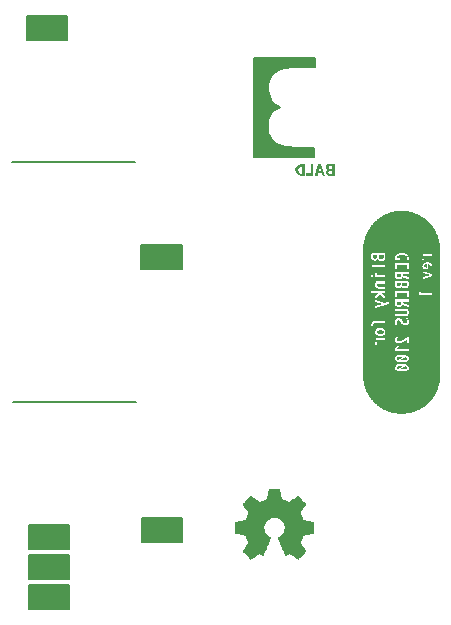
<source format=gbr>
%TF.GenerationSoftware,KiCad,Pcbnew,8.0.2*%
%TF.CreationDate,2024-05-07T14:35:48-05:00*%
%TF.ProjectId,CERBERUS 2100 Blinky,43455242-4552-4555-9320-323130302042,rev?*%
%TF.SameCoordinates,Original*%
%TF.FileFunction,Legend,Bot*%
%TF.FilePolarity,Positive*%
%FSLAX46Y46*%
G04 Gerber Fmt 4.6, Leading zero omitted, Abs format (unit mm)*
G04 Created by KiCad (PCBNEW 8.0.2) date 2024-05-07 14:35:48*
%MOMM*%
%LPD*%
G01*
G04 APERTURE LIST*
%ADD10C,0.150000*%
%ADD11C,0.000000*%
%ADD12C,0.134262*%
%ADD13C,0.010000*%
G04 APERTURE END LIST*
D10*
X79883000Y-61112400D02*
X83312000Y-61112400D01*
X83312000Y-63144400D01*
X79883000Y-63144400D01*
X79883000Y-61112400D01*
G36*
X79883000Y-61112400D02*
G01*
X83312000Y-61112400D01*
X83312000Y-63144400D01*
X79883000Y-63144400D01*
X79883000Y-61112400D01*
G37*
X89585800Y-80518000D02*
X93014800Y-80518000D01*
X93014800Y-82550000D01*
X89585800Y-82550000D01*
X89585800Y-80518000D01*
G36*
X89585800Y-80518000D02*
G01*
X93014800Y-80518000D01*
X93014800Y-82550000D01*
X89585800Y-82550000D01*
X89585800Y-80518000D01*
G37*
X80073500Y-106807000D02*
X83502500Y-106807000D01*
X83502500Y-108839000D01*
X80073500Y-108839000D01*
X80073500Y-106807000D01*
G36*
X80073500Y-106807000D02*
G01*
X83502500Y-106807000D01*
X83502500Y-108839000D01*
X80073500Y-108839000D01*
X80073500Y-106807000D01*
G37*
X78613000Y-73533000D02*
X89027000Y-73533000D01*
X80073500Y-104267000D02*
X83502500Y-104267000D01*
X83502500Y-106299000D01*
X80073500Y-106299000D01*
X80073500Y-104267000D01*
G36*
X80073500Y-104267000D02*
G01*
X83502500Y-104267000D01*
X83502500Y-106299000D01*
X80073500Y-106299000D01*
X80073500Y-104267000D01*
G37*
X78740000Y-93853000D02*
X89154000Y-93853000D01*
X89636600Y-103682800D02*
X93065600Y-103682800D01*
X93065600Y-105714800D01*
X89636600Y-105714800D01*
X89636600Y-103682800D01*
G36*
X89636600Y-103682800D02*
G01*
X93065600Y-103682800D01*
X93065600Y-105714800D01*
X89636600Y-105714800D01*
X89636600Y-103682800D01*
G37*
X80073500Y-109347000D02*
X83502500Y-109347000D01*
X83502500Y-111379000D01*
X80073500Y-111379000D01*
X80073500Y-109347000D01*
G36*
X80073500Y-109347000D02*
G01*
X83502500Y-109347000D01*
X83502500Y-111379000D01*
X80073500Y-111379000D01*
X80073500Y-109347000D01*
G37*
D11*
%TO.C,kibuzzard-663A818A*%
G36*
X114889790Y-82351343D02*
G01*
X114889790Y-82638095D01*
X114889790Y-83188248D01*
X114889790Y-83463868D01*
X114889790Y-83859570D01*
X114889790Y-84233532D01*
X114889790Y-84616998D01*
X114889790Y-84949706D01*
X114889790Y-85074907D01*
X114889790Y-85809927D01*
X114889790Y-86236910D01*
X114889790Y-86995469D01*
X114889790Y-87900657D01*
X114889790Y-88864496D01*
X114889790Y-89360297D01*
X114889790Y-90147009D01*
X114889790Y-90929028D01*
X114889790Y-91241836D01*
X114889790Y-91572565D01*
X114888809Y-91652491D01*
X114885867Y-91732368D01*
X114880965Y-91812150D01*
X114874107Y-91891787D01*
X114865297Y-91971231D01*
X114854540Y-92050436D01*
X114841842Y-92129352D01*
X114827211Y-92207934D01*
X114810657Y-92286132D01*
X114792188Y-92363901D01*
X114771816Y-92441193D01*
X114749553Y-92517962D01*
X114725414Y-92594161D01*
X114699411Y-92669745D01*
X114671561Y-92744668D01*
X114641881Y-92818885D01*
X114610389Y-92892351D01*
X114577103Y-92965022D01*
X114542044Y-93036855D01*
X114505232Y-93107805D01*
X114466690Y-93177831D01*
X114426442Y-93246890D01*
X114384510Y-93314940D01*
X114340922Y-93381941D01*
X114295702Y-93447852D01*
X114248878Y-93512633D01*
X114200478Y-93576245D01*
X114150532Y-93638651D01*
X114099070Y-93699812D01*
X114046122Y-93759692D01*
X113991720Y-93818254D01*
X113935898Y-93875463D01*
X113878689Y-93931286D01*
X113820126Y-93985687D01*
X113760247Y-94038635D01*
X113699085Y-94090098D01*
X113636680Y-94140044D01*
X113573067Y-94188443D01*
X113508286Y-94235267D01*
X113442375Y-94280487D01*
X113375375Y-94324076D01*
X113307324Y-94366007D01*
X113238266Y-94406256D01*
X113168240Y-94444797D01*
X113097290Y-94481609D01*
X113025457Y-94516668D01*
X112952786Y-94549954D01*
X112879319Y-94581447D01*
X112805102Y-94611127D01*
X112730179Y-94638976D01*
X112654595Y-94664979D01*
X112578396Y-94689119D01*
X112501627Y-94711381D01*
X112424335Y-94731753D01*
X112346567Y-94750222D01*
X112268368Y-94766777D01*
X112189787Y-94781407D01*
X112110870Y-94794105D01*
X112031666Y-94804862D01*
X111952221Y-94813673D01*
X111872584Y-94820531D01*
X111792803Y-94825432D01*
X111712926Y-94828374D01*
X111633000Y-94829355D01*
X111553074Y-94828374D01*
X111473197Y-94825432D01*
X111393416Y-94820531D01*
X111313779Y-94813673D01*
X111234334Y-94804862D01*
X111155130Y-94794105D01*
X111076213Y-94781407D01*
X110997632Y-94766777D01*
X110919433Y-94750222D01*
X110841665Y-94731753D01*
X110764373Y-94711381D01*
X110687604Y-94689119D01*
X110611405Y-94664979D01*
X110535821Y-94638976D01*
X110460898Y-94611127D01*
X110386681Y-94581447D01*
X110313214Y-94549954D01*
X110240543Y-94516668D01*
X110168710Y-94481609D01*
X110097760Y-94444797D01*
X110027734Y-94406256D01*
X109958676Y-94366007D01*
X109890625Y-94324076D01*
X109823625Y-94280487D01*
X109757714Y-94235267D01*
X109692933Y-94188443D01*
X109629320Y-94140044D01*
X109566915Y-94090098D01*
X109505753Y-94038635D01*
X109445874Y-93985687D01*
X109387311Y-93931286D01*
X109330102Y-93875463D01*
X109274280Y-93818254D01*
X109219878Y-93759692D01*
X109166930Y-93699812D01*
X109115468Y-93638651D01*
X109065522Y-93576245D01*
X109017122Y-93512633D01*
X108970298Y-93447852D01*
X108925078Y-93381941D01*
X108881490Y-93314940D01*
X108839558Y-93246890D01*
X108799310Y-93177831D01*
X108760768Y-93107805D01*
X108723956Y-93036855D01*
X108688897Y-92965022D01*
X108655611Y-92892351D01*
X108624119Y-92818885D01*
X108594439Y-92744668D01*
X108566589Y-92669745D01*
X108540586Y-92594161D01*
X108516447Y-92517962D01*
X108494184Y-92441193D01*
X108473812Y-92363901D01*
X108455343Y-92286132D01*
X108438789Y-92207934D01*
X108424158Y-92129352D01*
X108411460Y-92050436D01*
X108400703Y-91971231D01*
X108391893Y-91891787D01*
X108385035Y-91812150D01*
X108380133Y-91732368D01*
X108377191Y-91652491D01*
X108376210Y-91572565D01*
X108376210Y-91241836D01*
X108376210Y-90929028D01*
X111071155Y-90929028D01*
X111083862Y-91026390D01*
X111121986Y-91102637D01*
X111192759Y-91161093D01*
X111303414Y-91205081D01*
X111400819Y-91225501D01*
X111518904Y-91237752D01*
X111657669Y-91241836D01*
X111796434Y-91237752D01*
X111914519Y-91225501D01*
X112011924Y-91205081D01*
X112122580Y-91161093D01*
X112193353Y-91102637D01*
X112231476Y-91026390D01*
X112244184Y-90929028D01*
X112231476Y-90831667D01*
X112193353Y-90755420D01*
X112122580Y-90696964D01*
X112011924Y-90652975D01*
X111914519Y-90632556D01*
X111796434Y-90620304D01*
X111657669Y-90616220D01*
X111518904Y-90620304D01*
X111400819Y-90632556D01*
X111303414Y-90652975D01*
X111192759Y-90696964D01*
X111121986Y-90755420D01*
X111083862Y-90831667D01*
X111071155Y-90929028D01*
X108376210Y-90929028D01*
X108376210Y-90147009D01*
X111071155Y-90147009D01*
X111083862Y-90244370D01*
X111121986Y-90320617D01*
X111192759Y-90379073D01*
X111303414Y-90423062D01*
X111400819Y-90443481D01*
X111518904Y-90455733D01*
X111657669Y-90459817D01*
X111796434Y-90455733D01*
X111914519Y-90443481D01*
X112011924Y-90423062D01*
X112122580Y-90379073D01*
X112193353Y-90320617D01*
X112231476Y-90244370D01*
X112244184Y-90147009D01*
X112231476Y-90049647D01*
X112193353Y-89973400D01*
X112122580Y-89914944D01*
X112011924Y-89870956D01*
X111914519Y-89850536D01*
X111796434Y-89838285D01*
X111657669Y-89834201D01*
X111518904Y-89838285D01*
X111400819Y-89850536D01*
X111303414Y-89870956D01*
X111192759Y-89914944D01*
X111121986Y-89973400D01*
X111083862Y-90049647D01*
X111071155Y-90147009D01*
X108376210Y-90147009D01*
X108376210Y-89361861D01*
X111086795Y-89361861D01*
X111086795Y-89535469D01*
X112228544Y-89535469D01*
X112228544Y-89360297D01*
X111251019Y-89360297D01*
X111249455Y-89357169D01*
X111399603Y-89088154D01*
X111246327Y-89088154D01*
X111086795Y-89361861D01*
X108376210Y-89361861D01*
X108376210Y-88975395D01*
X109402794Y-88975395D01*
X109534556Y-88975395D01*
X109539671Y-88853863D01*
X109555017Y-88736917D01*
X109580594Y-88624557D01*
X110244169Y-88626145D01*
X110244169Y-88579841D01*
X111071155Y-88579841D01*
X111078706Y-88626145D01*
X111090510Y-88698513D01*
X111148574Y-88785512D01*
X111244176Y-88838885D01*
X111376142Y-88856676D01*
X111475198Y-88846857D01*
X111580510Y-88817401D01*
X111692078Y-88768308D01*
X111781424Y-88717330D01*
X111877417Y-88652764D01*
X111980057Y-88574611D01*
X112089344Y-88482871D01*
X112092472Y-88482871D01*
X112092472Y-88864496D01*
X112228544Y-88864496D01*
X112228544Y-88301442D01*
X112092472Y-88301442D01*
X111975744Y-88401860D01*
X111864186Y-88486829D01*
X111757800Y-88556349D01*
X111656584Y-88610420D01*
X111560539Y-88649042D01*
X111469665Y-88672215D01*
X111383962Y-88679940D01*
X111304196Y-88671533D01*
X111249455Y-88646313D01*
X111207226Y-88543868D01*
X111217479Y-88470358D01*
X111248239Y-88389550D01*
X111299504Y-88301442D01*
X111152485Y-88301442D01*
X111107301Y-88387986D01*
X111080191Y-88480785D01*
X111071155Y-88579841D01*
X110244169Y-88579841D01*
X110244169Y-88451520D01*
X109485344Y-88451520D01*
X109455626Y-88552739D01*
X109432512Y-88655736D01*
X109416002Y-88760511D01*
X109406096Y-88867064D01*
X109402794Y-88975395D01*
X108376210Y-88975395D01*
X108376210Y-87900657D01*
X109402794Y-87900657D01*
X109414083Y-88003315D01*
X109447949Y-88086924D01*
X109504394Y-88151482D01*
X109585885Y-88197343D01*
X109694894Y-88224860D01*
X109831419Y-88234032D01*
X109967944Y-88224860D01*
X110076952Y-88197343D01*
X110158444Y-88151482D01*
X110214888Y-88086924D01*
X110248755Y-88003315D01*
X110260044Y-87900657D01*
X110248755Y-87797999D01*
X110214888Y-87714390D01*
X110158444Y-87649832D01*
X110076952Y-87603971D01*
X109967944Y-87576454D01*
X109831419Y-87567282D01*
X109694894Y-87576454D01*
X109585885Y-87603971D01*
X109504394Y-87649832D01*
X109447949Y-87714390D01*
X109414083Y-87797999D01*
X109402794Y-87900657D01*
X108376210Y-87900657D01*
X108376210Y-87237082D01*
X109069419Y-87237082D01*
X109074181Y-87320426D01*
X109088469Y-87395832D01*
X109218644Y-87395832D01*
X109196419Y-87272007D01*
X109209119Y-87202157D01*
X109262300Y-87173582D01*
X109316870Y-87167629D01*
X109399619Y-87165645D01*
X109450419Y-87165645D01*
X109450419Y-87395832D01*
X109579006Y-87395832D01*
X109579006Y-87165645D01*
X110244169Y-87165645D01*
X110244169Y-87037698D01*
X111071155Y-87037698D01*
X111076368Y-87128760D01*
X111082954Y-87165645D01*
X111092008Y-87216346D01*
X111118076Y-87300457D01*
X111274480Y-87300457D01*
X111224039Y-87179635D01*
X111207226Y-87058031D01*
X111217392Y-86989604D01*
X111247891Y-86937600D01*
X111360502Y-86893807D01*
X111439920Y-86907709D01*
X111503003Y-86949417D01*
X111549751Y-87018930D01*
X111603449Y-87125458D01*
X111658191Y-87207310D01*
X111713975Y-87264484D01*
X111810554Y-87314924D01*
X111931376Y-87331738D01*
X112043987Y-87318287D01*
X112131573Y-87277935D01*
X112194135Y-87210681D01*
X112231672Y-87116526D01*
X112244184Y-86995469D01*
X112235843Y-86898499D01*
X112210818Y-86809870D01*
X112169110Y-86729583D01*
X112006450Y-86729583D01*
X112062929Y-86812129D01*
X112096817Y-86899194D01*
X112108113Y-86990777D01*
X112097360Y-87060377D01*
X112065102Y-87112772D01*
X112012120Y-87145617D01*
X111939196Y-87156565D01*
X111869597Y-87148159D01*
X111814073Y-87122938D01*
X111768325Y-87078168D01*
X111728051Y-87011110D01*
X111678002Y-86915269D01*
X111625867Y-86840456D01*
X111571647Y-86786670D01*
X111479369Y-86737989D01*
X111368322Y-86721762D01*
X111243199Y-86742290D01*
X111149356Y-86803874D01*
X111105911Y-86866349D01*
X111079844Y-86944290D01*
X111071155Y-87037698D01*
X110244169Y-87037698D01*
X110244169Y-86991020D01*
X109579006Y-86991020D01*
X109579006Y-86816395D01*
X109450419Y-86816395D01*
X109450419Y-86991020D01*
X109358344Y-86991020D01*
X109221025Y-87004910D01*
X109132919Y-87046582D01*
X109085294Y-87121988D01*
X109069419Y-87237082D01*
X108376210Y-87237082D01*
X108376210Y-85924102D01*
X111086795Y-85924102D01*
X111086795Y-86100839D01*
X111900095Y-86100839D01*
X112001367Y-86108659D01*
X112064320Y-86132119D01*
X112108113Y-86240038D01*
X112065102Y-86347957D01*
X112002344Y-86371417D01*
X111900095Y-86379238D01*
X111086795Y-86379238D01*
X111086795Y-86549718D01*
X111931376Y-86549718D01*
X112033213Y-86541637D01*
X112113500Y-86517394D01*
X112172238Y-86476990D01*
X112212208Y-86417991D01*
X112236190Y-86337964D01*
X112244184Y-86236910D01*
X112236190Y-86135856D01*
X112212208Y-86055829D01*
X112172238Y-85996830D01*
X112113500Y-85956426D01*
X112033213Y-85932183D01*
X111931376Y-85924102D01*
X111086795Y-85924102D01*
X108376210Y-85924102D01*
X108376210Y-85178095D01*
X109418669Y-85178095D01*
X109418669Y-85351132D01*
X110021919Y-85527345D01*
X110021919Y-85530520D01*
X109418669Y-85695620D01*
X109418669Y-85876595D01*
X110593419Y-85497182D01*
X110593419Y-85418917D01*
X111071155Y-85418917D01*
X111077471Y-85497182D01*
X111080278Y-85531963D01*
X111107649Y-85622938D01*
X111153267Y-85691842D01*
X111218522Y-85740067D01*
X111304805Y-85769002D01*
X111412115Y-85778647D01*
X111514364Y-85767698D01*
X111597454Y-85734853D01*
X111661384Y-85680112D01*
X111706155Y-85603474D01*
X111709283Y-85603474D01*
X111786703Y-85662908D01*
X111909480Y-85712957D01*
X112228544Y-85809927D01*
X112228544Y-85630063D01*
X111900095Y-85539349D01*
X111785139Y-85483825D01*
X111754640Y-85389201D01*
X111754640Y-85328203D01*
X112228544Y-85328203D01*
X112228544Y-85153031D01*
X111102435Y-85153031D01*
X111085057Y-85240269D01*
X111074630Y-85328898D01*
X111071155Y-85418917D01*
X110593419Y-85418917D01*
X110593419Y-85322557D01*
X110228294Y-85452732D01*
X109418669Y-85178095D01*
X108376210Y-85178095D01*
X108376210Y-84431970D01*
X109053544Y-84431970D01*
X109053544Y-84606595D01*
X109752044Y-84606595D01*
X109418669Y-84873295D01*
X109418669Y-85074907D01*
X109815544Y-84744707D01*
X110244169Y-85074907D01*
X110244169Y-84870120D01*
X109883806Y-84606595D01*
X110244169Y-84606595D01*
X110244169Y-84431970D01*
X109053544Y-84431970D01*
X108376210Y-84431970D01*
X108376210Y-84402292D01*
X111086795Y-84402292D01*
X111086795Y-84949706D01*
X111222866Y-84949706D01*
X111222866Y-84577464D01*
X111548187Y-84577464D01*
X111548187Y-84934065D01*
X111681130Y-84934065D01*
X111681130Y-84577464D01*
X112092472Y-84577464D01*
X112092472Y-84949706D01*
X112228544Y-84949706D01*
X112228544Y-84618539D01*
X113087797Y-84618539D01*
X113087797Y-84789619D01*
X114212919Y-84789619D01*
X114212919Y-84616998D01*
X113249630Y-84616998D01*
X113248089Y-84613916D01*
X113396050Y-84348818D01*
X113245006Y-84348818D01*
X113087797Y-84618539D01*
X112228544Y-84618539D01*
X112228544Y-84402292D01*
X111086795Y-84402292D01*
X108376210Y-84402292D01*
X108376210Y-83908095D01*
X109402794Y-83908095D01*
X109409320Y-84023012D01*
X109428899Y-84109531D01*
X109461531Y-84167651D01*
X109547653Y-84217062D01*
X109688544Y-84233532D01*
X110244169Y-84233532D01*
X110244169Y-84062082D01*
X109680606Y-84062082D01*
X109564719Y-84030332D01*
X109532969Y-83912857D01*
X109553245Y-83850186D01*
X111071155Y-83850186D01*
X111082541Y-83972932D01*
X111116699Y-84068401D01*
X111173630Y-84136593D01*
X111253334Y-84177508D01*
X111355810Y-84191147D01*
X111444178Y-84178830D01*
X111518470Y-84141879D01*
X111573993Y-84084596D01*
X111606056Y-84011282D01*
X111607620Y-84011282D01*
X111640856Y-84094372D01*
X111706155Y-84162212D01*
X111795305Y-84207373D01*
X111900095Y-84222427D01*
X112005234Y-84212348D01*
X112091256Y-84182110D01*
X112158162Y-84131713D01*
X112205952Y-84061157D01*
X112234626Y-83970443D01*
X112244184Y-83859570D01*
X112240708Y-83770594D01*
X112230282Y-83683008D01*
X112212903Y-83596812D01*
X111102435Y-83596812D01*
X111078975Y-83721153D01*
X111071155Y-83850186D01*
X109553245Y-83850186D01*
X109567894Y-83804907D01*
X110244169Y-83804907D01*
X110244169Y-83630282D01*
X109469469Y-83630282D01*
X109432427Y-83713361D01*
X109410202Y-83805965D01*
X109402794Y-83908095D01*
X108376210Y-83908095D01*
X108376210Y-83071482D01*
X109037669Y-83071482D01*
X109037669Y-83281032D01*
X109236106Y-83281032D01*
X109418669Y-83281032D01*
X110244169Y-83281032D01*
X110244169Y-83103232D01*
X109547256Y-83103232D01*
X109547256Y-83072858D01*
X111071155Y-83072858D01*
X111080278Y-83185904D01*
X111107649Y-83276879D01*
X111110399Y-83281032D01*
X111153267Y-83345783D01*
X111218522Y-83394008D01*
X111304805Y-83422943D01*
X111412115Y-83432587D01*
X111514364Y-83421639D01*
X111597454Y-83388794D01*
X111661384Y-83334053D01*
X111706155Y-83257415D01*
X111709283Y-83257415D01*
X111786703Y-83316849D01*
X111909480Y-83366898D01*
X112228544Y-83463868D01*
X112228544Y-83284004D01*
X111900095Y-83193289D01*
X111785139Y-83137766D01*
X111754640Y-83043142D01*
X111754640Y-82982144D01*
X112228544Y-82982144D01*
X112228544Y-82806972D01*
X111102435Y-82806972D01*
X111085057Y-82894210D01*
X111074630Y-82982839D01*
X111071155Y-83072858D01*
X109547256Y-83072858D01*
X109547256Y-82892095D01*
X109418669Y-82892095D01*
X109418669Y-83071482D01*
X109418669Y-83281032D01*
X109236106Y-83281032D01*
X109236106Y-83071482D01*
X109037669Y-83071482D01*
X108376210Y-83071482D01*
X108376210Y-82756695D01*
X113411462Y-82756695D01*
X113411462Y-82932399D01*
X114089618Y-83081901D01*
X114089618Y-83084983D01*
X113411462Y-83234486D01*
X113411462Y-83404025D01*
X114212919Y-83188248D01*
X114212919Y-82972471D01*
X113411462Y-82756695D01*
X108376210Y-82756695D01*
X108376210Y-82034845D01*
X109085294Y-82034845D01*
X109085294Y-82425370D01*
X110115581Y-82425370D01*
X110115581Y-82638095D01*
X110244169Y-82638095D01*
X110244169Y-82247570D01*
X109213881Y-82247570D01*
X109213881Y-82056233D01*
X111086795Y-82056233D01*
X111086795Y-82603647D01*
X111222866Y-82603647D01*
X111222866Y-82231405D01*
X111548187Y-82231405D01*
X111548187Y-82588006D01*
X111681130Y-82588006D01*
X111681130Y-82231405D01*
X112092472Y-82231405D01*
X112092472Y-82603647D01*
X112228544Y-82603647D01*
X112228544Y-82320517D01*
X113396050Y-82320517D01*
X113406924Y-82410767D01*
X113439548Y-82484234D01*
X113493920Y-82540918D01*
X113572439Y-82581162D01*
X113670270Y-82603647D01*
X113677501Y-82605308D01*
X113809108Y-82613357D01*
X113870758Y-82610275D01*
X113870758Y-82172556D01*
X113978840Y-82190473D01*
X114050316Y-82228812D01*
X114090196Y-82288729D01*
X114103489Y-82371379D01*
X114093086Y-82466167D01*
X114061875Y-82571743D01*
X114189800Y-82571743D01*
X114218698Y-82458846D01*
X114228331Y-82351343D01*
X114216772Y-82243026D01*
X114182093Y-82154404D01*
X114124296Y-82085475D01*
X114043380Y-82036240D01*
X113939345Y-82006699D01*
X113812191Y-81996852D01*
X113685036Y-82005843D01*
X113581001Y-82032815D01*
X113500085Y-82077769D01*
X113442288Y-82140704D01*
X113407609Y-82221620D01*
X113396050Y-82320517D01*
X112228544Y-82320517D01*
X112228544Y-82056233D01*
X111086795Y-82056233D01*
X109213881Y-82056233D01*
X109213881Y-82034845D01*
X109085294Y-82034845D01*
X108376210Y-82034845D01*
X108376210Y-81509382D01*
X109069419Y-81509382D01*
X109080976Y-81633969D01*
X109115647Y-81730870D01*
X109173432Y-81800085D01*
X109254331Y-81841614D01*
X109358344Y-81855457D01*
X109448037Y-81842955D01*
X109523444Y-81805451D01*
X109579800Y-81747309D01*
X109612344Y-81672895D01*
X109613931Y-81672895D01*
X109647666Y-81757230D01*
X109713944Y-81826088D01*
X109804431Y-81871927D01*
X109910794Y-81887207D01*
X110017509Y-81876976D01*
X110104821Y-81846285D01*
X110172731Y-81795132D01*
X110221238Y-81723518D01*
X110250342Y-81631443D01*
X110251745Y-81615174D01*
X111071155Y-81615174D01*
X111079757Y-81726611D01*
X111105563Y-81826319D01*
X111459036Y-81826319D01*
X111459036Y-81658967D01*
X111215046Y-81658967D01*
X111208790Y-81622994D01*
X111226120Y-81541351D01*
X111278108Y-81477851D01*
X111364756Y-81432494D01*
X111486063Y-81405280D01*
X111642029Y-81396208D01*
X111784921Y-81403159D01*
X111901833Y-81424013D01*
X111992765Y-81458770D01*
X112057716Y-81507429D01*
X112096686Y-81569990D01*
X112109677Y-81646454D01*
X112097555Y-81729349D01*
X112061191Y-81818499D01*
X112205083Y-81818499D01*
X112207136Y-81811901D01*
X113396050Y-81811901D01*
X113523975Y-81811901D01*
X113528941Y-81693909D01*
X113543840Y-81580369D01*
X113568671Y-81471282D01*
X114212919Y-81472823D01*
X114212919Y-81303284D01*
X113476195Y-81303284D01*
X113441132Y-81426393D01*
X113416086Y-81552198D01*
X113408173Y-81619866D01*
X113401059Y-81680701D01*
X113396050Y-81811901D01*
X112207136Y-81811901D01*
X112234409Y-81724265D01*
X112244184Y-81619866D01*
X112234775Y-81527123D01*
X112206549Y-81446746D01*
X112159506Y-81378735D01*
X112093645Y-81323089D01*
X112008967Y-81279809D01*
X111905472Y-81248895D01*
X111783159Y-81230347D01*
X111642029Y-81224164D01*
X111508230Y-81230273D01*
X111392271Y-81248602D01*
X111294152Y-81279150D01*
X111213873Y-81321916D01*
X111151434Y-81376902D01*
X111106834Y-81444107D01*
X111081632Y-81518907D01*
X111080074Y-81523531D01*
X111071155Y-81615174D01*
X110251745Y-81615174D01*
X110260044Y-81518907D01*
X110256516Y-81428596D01*
X110245933Y-81339696D01*
X110228294Y-81252207D01*
X109101169Y-81252207D01*
X109077356Y-81378413D01*
X109069419Y-81509382D01*
X108376210Y-81509382D01*
X108376210Y-81224164D01*
X108376210Y-80893435D01*
X108377191Y-80813509D01*
X108380133Y-80733632D01*
X108385035Y-80653850D01*
X108391893Y-80574213D01*
X108400703Y-80494769D01*
X108411460Y-80415564D01*
X108424158Y-80336648D01*
X108438789Y-80258066D01*
X108455343Y-80179868D01*
X108473812Y-80102099D01*
X108494184Y-80024807D01*
X108516447Y-79948038D01*
X108540586Y-79871839D01*
X108566589Y-79796255D01*
X108594439Y-79721332D01*
X108624119Y-79647115D01*
X108655611Y-79573649D01*
X108688897Y-79500978D01*
X108723956Y-79429145D01*
X108760768Y-79358195D01*
X108799310Y-79288169D01*
X108839558Y-79219110D01*
X108881490Y-79151060D01*
X108925078Y-79084059D01*
X108970298Y-79018148D01*
X109017122Y-78953367D01*
X109065522Y-78889755D01*
X109115468Y-78827349D01*
X109166930Y-78766188D01*
X109219878Y-78706308D01*
X109274280Y-78647746D01*
X109330102Y-78590537D01*
X109387311Y-78534714D01*
X109445874Y-78480313D01*
X109505753Y-78427365D01*
X109566915Y-78375902D01*
X109629320Y-78325956D01*
X109692933Y-78277557D01*
X109757714Y-78230733D01*
X109823625Y-78185513D01*
X109890625Y-78141924D01*
X109958676Y-78099993D01*
X110027734Y-78059744D01*
X110097760Y-78021203D01*
X110168710Y-77984391D01*
X110240543Y-77949332D01*
X110313214Y-77916046D01*
X110386681Y-77884553D01*
X110460898Y-77854873D01*
X110535821Y-77827024D01*
X110611405Y-77801021D01*
X110687604Y-77776881D01*
X110764373Y-77754619D01*
X110841665Y-77734247D01*
X110919433Y-77715778D01*
X110997632Y-77699223D01*
X111076213Y-77684593D01*
X111155130Y-77671895D01*
X111234334Y-77661138D01*
X111313779Y-77652327D01*
X111393416Y-77645469D01*
X111473197Y-77640568D01*
X111553074Y-77637626D01*
X111633000Y-77636645D01*
X111712926Y-77637626D01*
X111792803Y-77640568D01*
X111872584Y-77645469D01*
X111952221Y-77652327D01*
X112031666Y-77661138D01*
X112110870Y-77671895D01*
X112189787Y-77684593D01*
X112268368Y-77699223D01*
X112346567Y-77715778D01*
X112424335Y-77734247D01*
X112501627Y-77754619D01*
X112578396Y-77776881D01*
X112654595Y-77801021D01*
X112730179Y-77827024D01*
X112805102Y-77854873D01*
X112879319Y-77884553D01*
X112952786Y-77916046D01*
X113025457Y-77949332D01*
X113097290Y-77984391D01*
X113168240Y-78021203D01*
X113238266Y-78059744D01*
X113307324Y-78099993D01*
X113375375Y-78141924D01*
X113442375Y-78185513D01*
X113508286Y-78230733D01*
X113573067Y-78277557D01*
X113636680Y-78325956D01*
X113699085Y-78375902D01*
X113760247Y-78427365D01*
X113820126Y-78480313D01*
X113878689Y-78534714D01*
X113935898Y-78590537D01*
X113991720Y-78647746D01*
X114046122Y-78706308D01*
X114099070Y-78766188D01*
X114150532Y-78827349D01*
X114200478Y-78889755D01*
X114248878Y-78953367D01*
X114295702Y-79018148D01*
X114340922Y-79084059D01*
X114384510Y-79151060D01*
X114426442Y-79219110D01*
X114466690Y-79288169D01*
X114505232Y-79358195D01*
X114542044Y-79429145D01*
X114577103Y-79500978D01*
X114610389Y-79573649D01*
X114641881Y-79647115D01*
X114671561Y-79721332D01*
X114699411Y-79796255D01*
X114725414Y-79871839D01*
X114749553Y-79948038D01*
X114771816Y-80024807D01*
X114792188Y-80102099D01*
X114810657Y-80179868D01*
X114827211Y-80258066D01*
X114841842Y-80336648D01*
X114854540Y-80415564D01*
X114865297Y-80494769D01*
X114874107Y-80574213D01*
X114880965Y-80653850D01*
X114885867Y-80733632D01*
X114888809Y-80813509D01*
X114889790Y-80893435D01*
X114889790Y-81224164D01*
X114889790Y-81472823D01*
X114889790Y-82351343D01*
G37*
G36*
X109976873Y-87754012D02*
G01*
X110067162Y-87780801D01*
X110114192Y-87828624D01*
X110129869Y-87900657D01*
X110114192Y-87972690D01*
X110067162Y-88020513D01*
X109976873Y-88047302D01*
X109831419Y-88056232D01*
X109685964Y-88047302D01*
X109595675Y-88020513D01*
X109548645Y-87972690D01*
X109532969Y-87900657D01*
X109548645Y-87828624D01*
X109595675Y-87780801D01*
X109685964Y-87754012D01*
X109831419Y-87745082D01*
X109976873Y-87754012D01*
G37*
G36*
X112080742Y-90068807D02*
G01*
X112112805Y-90147009D01*
X112076832Y-90229121D01*
X112024437Y-90256687D01*
X111939196Y-90278388D01*
X111862732Y-90288815D01*
X111768890Y-90295071D01*
X111657669Y-90297156D01*
X111572820Y-90295983D01*
X111499701Y-90292464D01*
X111970477Y-90020321D01*
X112080742Y-90068807D01*
G37*
G36*
X112080742Y-90850826D02*
G01*
X112112805Y-90929028D01*
X112076832Y-91011140D01*
X112024437Y-91038707D01*
X111939196Y-91060408D01*
X111862732Y-91070835D01*
X111768890Y-91077091D01*
X111657669Y-91079176D01*
X111572820Y-91078003D01*
X111499701Y-91074484D01*
X111970477Y-90802341D01*
X112080742Y-90850826D01*
G37*
G36*
X111787485Y-89999989D02*
G01*
X111322965Y-90267440D01*
X111229905Y-90220518D01*
X111202534Y-90147009D01*
X111238507Y-90064897D01*
X111290902Y-90037330D01*
X111376142Y-90015629D01*
X111452606Y-90005202D01*
X111546449Y-89998946D01*
X111657669Y-89996861D01*
X111787485Y-89999989D01*
G37*
G36*
X111787485Y-90782009D02*
G01*
X111322965Y-91049459D01*
X111229905Y-91002538D01*
X111202534Y-90929028D01*
X111238507Y-90846916D01*
X111290902Y-90819350D01*
X111376142Y-90797649D01*
X111452606Y-90787222D01*
X111546449Y-90780966D01*
X111657669Y-90778881D01*
X111787485Y-90782009D01*
G37*
G36*
X110123519Y-81518907D02*
G01*
X110110620Y-81604830D01*
X110071925Y-81665751D01*
X110005052Y-81702065D01*
X109907619Y-81714170D01*
X109808797Y-81701073D01*
X109740931Y-81661782D01*
X109701641Y-81594313D01*
X109688544Y-81496682D01*
X109688544Y-81430007D01*
X110110819Y-81430007D01*
X110123519Y-81518907D01*
G37*
G36*
X112109677Y-83859570D02*
G01*
X112096969Y-83944224D01*
X112058845Y-84004244D01*
X111992960Y-84040021D01*
X111896967Y-84051947D01*
X111799606Y-84039044D01*
X111732743Y-84000334D01*
X111694033Y-83933862D01*
X111681130Y-83837674D01*
X111681130Y-83771984D01*
X112097164Y-83771984D01*
X112109677Y-83859570D01*
G37*
G36*
X111618568Y-83043142D02*
G01*
X111606838Y-83144804D01*
X111571647Y-83212058D01*
X111508304Y-83249595D01*
X111412115Y-83262107D01*
X111320032Y-83250377D01*
X111256493Y-83215186D01*
X111219543Y-83156143D01*
X111207226Y-83072858D01*
X111219738Y-82982144D01*
X111618568Y-82982144D01*
X111618568Y-83043142D01*
G37*
G36*
X111618568Y-85389201D02*
G01*
X111606838Y-85490863D01*
X111571647Y-85558117D01*
X111508304Y-85595654D01*
X111412115Y-85608166D01*
X111320032Y-85596436D01*
X111256493Y-85561245D01*
X111219543Y-85502203D01*
X111207226Y-85418917D01*
X111219738Y-85328203D01*
X111618568Y-85328203D01*
X111618568Y-85389201D01*
G37*
G36*
X109553606Y-81476045D02*
G01*
X109542692Y-81569707D01*
X109509950Y-81634795D01*
X109452998Y-81672895D01*
X109369456Y-81685595D01*
X109278616Y-81666015D01*
X109224112Y-81607278D01*
X109205944Y-81509382D01*
X109218644Y-81430007D01*
X109553606Y-81430007D01*
X109553606Y-81476045D01*
G37*
G36*
X111548187Y-83817341D02*
G01*
X111537434Y-83909619D01*
X111505175Y-83973745D01*
X111449066Y-84011282D01*
X111366758Y-84023794D01*
X111277260Y-84004505D01*
X111223561Y-83946635D01*
X111205662Y-83850186D01*
X111218174Y-83771984D01*
X111548187Y-83771984D01*
X111548187Y-83817341D01*
G37*
G36*
X113750540Y-82446901D02*
G01*
X113642459Y-82437653D01*
X113570983Y-82412993D01*
X113517809Y-82315894D01*
X113568671Y-82212629D01*
X113639569Y-82185657D01*
X113750540Y-82172556D01*
X113750540Y-82446901D01*
G37*
%TO.C,svg2mod*%
G36*
X104163475Y-74684151D02*
G01*
X103548475Y-74684151D01*
X103548475Y-74485850D01*
X103933475Y-74485850D01*
X103933475Y-73687499D01*
X104163475Y-73687499D01*
X104163475Y-74684151D01*
G37*
G36*
X105140975Y-74684151D02*
G01*
X104943475Y-74684151D01*
X104883475Y-74478124D01*
X104570975Y-74478124D01*
X104510975Y-74684151D01*
X104268475Y-74684151D01*
X104386505Y-74295276D01*
X104623475Y-74295276D01*
X104828475Y-74295276D01*
X104725975Y-73945031D01*
X104623475Y-74295276D01*
X104386505Y-74295276D01*
X104570975Y-73687499D01*
X104830975Y-73687499D01*
X105140975Y-74684151D01*
G37*
G36*
X103433475Y-73687499D02*
G01*
X103433475Y-74684151D01*
X103100975Y-74684151D01*
X102909725Y-74647774D01*
X102763475Y-74539932D01*
X102671288Y-74378331D01*
X102640975Y-74181962D01*
X102642259Y-74176811D01*
X102873475Y-74176811D01*
X102933475Y-74400865D01*
X103118475Y-74496152D01*
X103210975Y-74496152D01*
X103210975Y-73870347D01*
X103115975Y-73870347D01*
X102993475Y-73901251D01*
X102908475Y-74009415D01*
X102873475Y-74176811D01*
X102642259Y-74176811D01*
X102710975Y-73901251D01*
X102868475Y-73739005D01*
X103138475Y-73687499D01*
X103433475Y-73687499D01*
G37*
G36*
X105990975Y-73687499D02*
G01*
X105990975Y-74686726D01*
X105543475Y-74686726D01*
X105275975Y-74604316D01*
X105193475Y-74411166D01*
X105204492Y-74377687D01*
X105428475Y-74377687D01*
X105465975Y-74467823D01*
X105590975Y-74498727D01*
X105765975Y-74498727D01*
X105765975Y-74259222D01*
X105580975Y-74259222D01*
X105463475Y-74295276D01*
X105428475Y-74377687D01*
X105204492Y-74377687D01*
X105243475Y-74259222D01*
X105393475Y-74166510D01*
X105261913Y-74082812D01*
X105225782Y-73968209D01*
X105448475Y-73968209D01*
X105473475Y-74042894D01*
X105593475Y-74081524D01*
X105765975Y-74081524D01*
X105765975Y-73862621D01*
X105608475Y-73862621D01*
X105513475Y-73870347D01*
X105468475Y-73903826D01*
X105448475Y-73968209D01*
X105225782Y-73968209D01*
X105218475Y-73945031D01*
X105258475Y-73805964D01*
X105358475Y-73718403D01*
X105540975Y-73687499D01*
X105990975Y-73687499D01*
G37*
D12*
X104315975Y-65485077D02*
X102753475Y-65485077D01*
X102446405Y-65489865D01*
X102170038Y-65504070D01*
X101924140Y-65527449D01*
X101708476Y-65559761D01*
X101456624Y-65618898D01*
X101240327Y-65698066D01*
X101058476Y-65796691D01*
X100835142Y-65969334D01*
X100650142Y-66173452D01*
X100503476Y-66409620D01*
X100397550Y-66670682D01*
X100334402Y-66954635D01*
X100313476Y-67262053D01*
X100328437Y-67535722D01*
X100373163Y-67788386D01*
X100447421Y-68019321D01*
X100550976Y-68227802D01*
X100686405Y-68418537D01*
X100856288Y-68592854D01*
X101060390Y-68750754D01*
X101298476Y-68892237D01*
X101058476Y-69013518D01*
X100852226Y-69153632D01*
X100679726Y-69313061D01*
X100540976Y-69492288D01*
X100434140Y-69693244D01*
X100357538Y-69917861D01*
X100311405Y-70166622D01*
X100295976Y-70440009D01*
X100309922Y-70743027D01*
X100354216Y-71018504D01*
X100428788Y-71266368D01*
X100533568Y-71486546D01*
X100668487Y-71678969D01*
X100833476Y-71843563D01*
X101030131Y-71981570D01*
X101260050Y-72094324D01*
X101523163Y-72181897D01*
X101819401Y-72244361D01*
X102148695Y-72281786D01*
X102510975Y-72294246D01*
X104255975Y-72294246D01*
X104255975Y-73082296D01*
X99160976Y-73082296D01*
X99160976Y-64697026D01*
X104315975Y-64697026D01*
X104315975Y-65485077D01*
G36*
X104315975Y-65485077D02*
G01*
X102753475Y-65485077D01*
X102446405Y-65489865D01*
X102170038Y-65504070D01*
X101924140Y-65527449D01*
X101708476Y-65559761D01*
X101456624Y-65618898D01*
X101240327Y-65698066D01*
X101058476Y-65796691D01*
X100835142Y-65969334D01*
X100650142Y-66173452D01*
X100503476Y-66409620D01*
X100397550Y-66670682D01*
X100334402Y-66954635D01*
X100313476Y-67262053D01*
X100328437Y-67535722D01*
X100373163Y-67788386D01*
X100447421Y-68019321D01*
X100550976Y-68227802D01*
X100686405Y-68418537D01*
X100856288Y-68592854D01*
X101060390Y-68750754D01*
X101298476Y-68892237D01*
X101058476Y-69013518D01*
X100852226Y-69153632D01*
X100679726Y-69313061D01*
X100540976Y-69492288D01*
X100434140Y-69693244D01*
X100357538Y-69917861D01*
X100311405Y-70166622D01*
X100295976Y-70440009D01*
X100309922Y-70743027D01*
X100354216Y-71018504D01*
X100428788Y-71266368D01*
X100533568Y-71486546D01*
X100668487Y-71678969D01*
X100833476Y-71843563D01*
X101030131Y-71981570D01*
X101260050Y-72094324D01*
X101523163Y-72181897D01*
X101819401Y-72244361D01*
X102148695Y-72281786D01*
X102510975Y-72294246D01*
X104255975Y-72294246D01*
X104255975Y-73082296D01*
X99160976Y-73082296D01*
X99160976Y-64697026D01*
X104315975Y-64697026D01*
X104315975Y-65485077D01*
G37*
D13*
%TO.C,REF\u002A\u002A*%
X101375275Y-101608931D02*
X101459095Y-102053555D01*
X102077667Y-102308551D01*
X102448707Y-102056246D01*
X102522144Y-102006506D01*
X102619499Y-101941218D01*
X102703787Y-101885454D01*
X102770631Y-101842078D01*
X102815654Y-101813953D01*
X102834478Y-101803942D01*
X102846039Y-101811061D01*
X102880596Y-101840894D01*
X102932894Y-101889852D01*
X102998500Y-101953440D01*
X103072983Y-102027163D01*
X103151913Y-102106525D01*
X103230856Y-102187031D01*
X103305384Y-102264185D01*
X103371063Y-102333493D01*
X103423463Y-102390457D01*
X103458153Y-102430584D01*
X103470701Y-102449377D01*
X103467782Y-102457451D01*
X103447571Y-102493469D01*
X103410663Y-102552744D01*
X103360050Y-102630630D01*
X103298725Y-102722481D01*
X103229679Y-102823650D01*
X103191787Y-102878826D01*
X103126606Y-102974884D01*
X103070723Y-103058717D01*
X103027117Y-103125777D01*
X102998769Y-103171519D01*
X102988657Y-103191396D01*
X102988823Y-103192497D01*
X102997743Y-103217694D01*
X103018206Y-103269147D01*
X103047360Y-103340135D01*
X103082353Y-103423935D01*
X103120332Y-103513828D01*
X103158445Y-103603091D01*
X103193839Y-103685003D01*
X103223662Y-103752843D01*
X103245061Y-103799890D01*
X103255184Y-103819422D01*
X103261174Y-103821155D01*
X103297566Y-103828969D01*
X103362427Y-103841915D01*
X103450565Y-103858979D01*
X103556787Y-103879151D01*
X103675902Y-103901418D01*
X103738683Y-103913223D01*
X103853912Y-103935748D01*
X103954662Y-103956550D01*
X104035426Y-103974435D01*
X104090698Y-103988208D01*
X104114971Y-103996674D01*
X104119331Y-104005066D01*
X104126563Y-104046072D01*
X104132246Y-104114368D01*
X104136382Y-104203529D01*
X104138977Y-104307128D01*
X104140036Y-104418740D01*
X104139561Y-104531938D01*
X104137559Y-104640296D01*
X104134033Y-104737389D01*
X104128987Y-104816790D01*
X104122427Y-104872072D01*
X104114356Y-104896810D01*
X104109458Y-104899600D01*
X104072930Y-104911569D01*
X104009565Y-104927405D01*
X103926686Y-104945374D01*
X103831618Y-104963741D01*
X103799542Y-104969591D01*
X103651393Y-104996798D01*
X103534961Y-105018663D01*
X103446209Y-105036093D01*
X103381103Y-105049996D01*
X103335606Y-105061277D01*
X103305682Y-105070843D01*
X103287294Y-105079601D01*
X103276407Y-105088457D01*
X103275142Y-105089943D01*
X103257338Y-105120931D01*
X103230994Y-105177634D01*
X103198661Y-105253399D01*
X103162893Y-105341574D01*
X103126244Y-105435507D01*
X103091266Y-105528547D01*
X103060513Y-105614041D01*
X103036538Y-105685336D01*
X103021895Y-105735782D01*
X103019136Y-105758726D01*
X103020981Y-105761703D01*
X103040075Y-105790493D01*
X103075984Y-105843595D01*
X103125378Y-105916117D01*
X103184927Y-106003167D01*
X103251303Y-106099854D01*
X103269520Y-106126456D01*
X103333577Y-106221875D01*
X103388937Y-106307212D01*
X103432439Y-106377405D01*
X103460924Y-106427394D01*
X103471232Y-106452116D01*
X103469011Y-106458616D01*
X103445858Y-106490644D01*
X103400177Y-106542945D01*
X103335241Y-106611999D01*
X103254319Y-106694286D01*
X103160685Y-106786286D01*
X103107165Y-106837781D01*
X103022542Y-106917983D01*
X102948475Y-106986678D01*
X102888941Y-107040252D01*
X102847917Y-107075085D01*
X102829381Y-107087563D01*
X102816646Y-107082938D01*
X102777436Y-107061057D01*
X102720495Y-107025273D01*
X102653250Y-106980117D01*
X102605438Y-106947165D01*
X102509985Y-106881727D01*
X102408125Y-106812228D01*
X102315088Y-106749075D01*
X102132832Y-106625800D01*
X101979841Y-106708520D01*
X101943817Y-106727613D01*
X101878303Y-106760272D01*
X101827640Y-106782819D01*
X101800564Y-106791226D01*
X101791703Y-106780430D01*
X101769699Y-106739323D01*
X101737199Y-106671549D01*
X101696010Y-106581409D01*
X101647942Y-106473205D01*
X101594802Y-106351237D01*
X101538399Y-106219808D01*
X101480542Y-106083218D01*
X101423038Y-105945767D01*
X101367697Y-105811758D01*
X101316326Y-105685491D01*
X101270735Y-105571268D01*
X101232732Y-105473390D01*
X101204124Y-105396157D01*
X101186721Y-105343871D01*
X101182331Y-105320833D01*
X101182628Y-105320160D01*
X101203077Y-105298863D01*
X101245850Y-105265508D01*
X101302117Y-105227011D01*
X101319877Y-105215256D01*
X101455014Y-105103735D01*
X101566856Y-104970906D01*
X101652755Y-104822298D01*
X101710062Y-104663440D01*
X101736131Y-104499860D01*
X101728313Y-104337088D01*
X101696644Y-104192315D01*
X101639782Y-104046124D01*
X101556888Y-103915703D01*
X101443131Y-103791813D01*
X101398433Y-103752235D01*
X101253935Y-103654723D01*
X101097838Y-103589050D01*
X100934667Y-103554630D01*
X100768943Y-103550874D01*
X100605192Y-103577194D01*
X100447936Y-103633003D01*
X100301698Y-103717714D01*
X100171004Y-103830737D01*
X100060374Y-103971487D01*
X100039105Y-104006342D01*
X99966810Y-104165655D01*
X99928415Y-104331552D01*
X99922914Y-104499737D01*
X99949301Y-104665913D01*
X100006570Y-104825784D01*
X100093717Y-104975053D01*
X100209736Y-105109423D01*
X100353622Y-105224599D01*
X100358294Y-105227702D01*
X100413964Y-105266933D01*
X100455689Y-105300286D01*
X100474746Y-105320833D01*
X100472342Y-105336941D01*
X100457391Y-105383844D01*
X100430881Y-105456539D01*
X100394620Y-105550725D01*
X100350416Y-105662098D01*
X100300076Y-105786358D01*
X100245407Y-105919202D01*
X100188218Y-106056327D01*
X100130316Y-106193432D01*
X100073510Y-106326215D01*
X100019606Y-106450374D01*
X99970412Y-106561606D01*
X99927737Y-106655609D01*
X99893387Y-106728082D01*
X99869171Y-106774722D01*
X99856897Y-106791226D01*
X99846689Y-106788991D01*
X99806586Y-106772926D01*
X99747318Y-106744759D01*
X99677619Y-106708520D01*
X99524629Y-106625800D01*
X99342373Y-106749075D01*
X99288527Y-106785579D01*
X99188374Y-106853784D01*
X99088525Y-106922098D01*
X99004211Y-106980117D01*
X98957679Y-107011736D01*
X98897200Y-107051020D01*
X98852357Y-107077912D01*
X98830455Y-107087883D01*
X98821045Y-107083650D01*
X98787031Y-107057721D01*
X98734595Y-107012070D01*
X98668301Y-106951186D01*
X98592713Y-106879561D01*
X98512396Y-106801683D01*
X98431913Y-106722045D01*
X98355829Y-106645135D01*
X98288707Y-106575445D01*
X98235112Y-106517464D01*
X98199608Y-106475684D01*
X98186759Y-106454593D01*
X98187500Y-106450581D01*
X98202793Y-106417920D01*
X98235462Y-106361412D01*
X98282350Y-106286163D01*
X98340301Y-106197275D01*
X98406157Y-106099854D01*
X98424627Y-106072982D01*
X98489482Y-105978423D01*
X98546609Y-105894827D01*
X98592678Y-105827084D01*
X98624359Y-105780086D01*
X98638324Y-105758726D01*
X98638668Y-105757811D01*
X98634546Y-105731678D01*
X98618807Y-105678740D01*
X98594004Y-105605647D01*
X98562689Y-105519052D01*
X98527417Y-105425608D01*
X98490740Y-105331965D01*
X98455212Y-105244777D01*
X98423386Y-105170695D01*
X98397816Y-105116371D01*
X98381053Y-105088457D01*
X98379374Y-105086724D01*
X98367372Y-105077956D01*
X98347103Y-105069115D01*
X98314529Y-105059292D01*
X98265616Y-105047583D01*
X98196327Y-105033080D01*
X98102625Y-105014876D01*
X97980476Y-104992066D01*
X97825842Y-104963741D01*
X97793770Y-104957780D01*
X97701893Y-104939352D01*
X97624607Y-104921892D01*
X97569236Y-104907133D01*
X97543105Y-104896810D01*
X97538733Y-104888197D01*
X97531445Y-104846826D01*
X97525669Y-104778241D01*
X97521410Y-104688868D01*
X97518673Y-104585135D01*
X97517462Y-104473465D01*
X97517782Y-104360287D01*
X97519636Y-104252026D01*
X97523030Y-104155108D01*
X97527967Y-104075959D01*
X97534452Y-104021006D01*
X97542489Y-103996674D01*
X97550696Y-103993079D01*
X97591519Y-103981748D01*
X97660524Y-103965722D01*
X97752203Y-103946195D01*
X97861050Y-103924362D01*
X97981558Y-103901418D01*
X98047357Y-103889159D01*
X98160135Y-103867901D01*
X98257207Y-103849287D01*
X98333382Y-103834328D01*
X98383469Y-103824036D01*
X98402276Y-103819422D01*
X98402983Y-103818471D01*
X98414961Y-103794310D01*
X98437794Y-103743694D01*
X98468630Y-103673338D01*
X98504613Y-103589958D01*
X98542891Y-103500270D01*
X98580609Y-103410989D01*
X98614913Y-103328832D01*
X98642949Y-103260513D01*
X98661864Y-103212748D01*
X98668803Y-103192254D01*
X98665742Y-103185043D01*
X98645372Y-103150728D01*
X98608422Y-103092970D01*
X98557860Y-103016299D01*
X98496657Y-102925248D01*
X98427781Y-102824350D01*
X98389994Y-102769093D01*
X98324782Y-102672215D01*
X98268871Y-102587193D01*
X98225241Y-102518662D01*
X98196877Y-102471260D01*
X98186759Y-102449623D01*
X98193790Y-102437887D01*
X98223197Y-102402818D01*
X98271441Y-102349745D01*
X98334093Y-102283164D01*
X98406725Y-102207574D01*
X98484908Y-102127472D01*
X98564214Y-102047354D01*
X98640213Y-101971718D01*
X98708478Y-101905062D01*
X98764580Y-101851882D01*
X98804090Y-101816676D01*
X98822579Y-101803942D01*
X98832843Y-101808893D01*
X98870530Y-101831857D01*
X98931348Y-101870938D01*
X99010913Y-101923272D01*
X99104843Y-101985996D01*
X99208754Y-102056246D01*
X99579794Y-102308551D01*
X99889080Y-102181053D01*
X100198365Y-102053555D01*
X100282186Y-101608931D01*
X100366006Y-101164307D01*
X101291454Y-101164307D01*
X101375275Y-101608931D01*
G36*
X101375275Y-101608931D02*
G01*
X101459095Y-102053555D01*
X102077667Y-102308551D01*
X102448707Y-102056246D01*
X102522144Y-102006506D01*
X102619499Y-101941218D01*
X102703787Y-101885454D01*
X102770631Y-101842078D01*
X102815654Y-101813953D01*
X102834478Y-101803942D01*
X102846039Y-101811061D01*
X102880596Y-101840894D01*
X102932894Y-101889852D01*
X102998500Y-101953440D01*
X103072983Y-102027163D01*
X103151913Y-102106525D01*
X103230856Y-102187031D01*
X103305384Y-102264185D01*
X103371063Y-102333493D01*
X103423463Y-102390457D01*
X103458153Y-102430584D01*
X103470701Y-102449377D01*
X103467782Y-102457451D01*
X103447571Y-102493469D01*
X103410663Y-102552744D01*
X103360050Y-102630630D01*
X103298725Y-102722481D01*
X103229679Y-102823650D01*
X103191787Y-102878826D01*
X103126606Y-102974884D01*
X103070723Y-103058717D01*
X103027117Y-103125777D01*
X102998769Y-103171519D01*
X102988657Y-103191396D01*
X102988823Y-103192497D01*
X102997743Y-103217694D01*
X103018206Y-103269147D01*
X103047360Y-103340135D01*
X103082353Y-103423935D01*
X103120332Y-103513828D01*
X103158445Y-103603091D01*
X103193839Y-103685003D01*
X103223662Y-103752843D01*
X103245061Y-103799890D01*
X103255184Y-103819422D01*
X103261174Y-103821155D01*
X103297566Y-103828969D01*
X103362427Y-103841915D01*
X103450565Y-103858979D01*
X103556787Y-103879151D01*
X103675902Y-103901418D01*
X103738683Y-103913223D01*
X103853912Y-103935748D01*
X103954662Y-103956550D01*
X104035426Y-103974435D01*
X104090698Y-103988208D01*
X104114971Y-103996674D01*
X104119331Y-104005066D01*
X104126563Y-104046072D01*
X104132246Y-104114368D01*
X104136382Y-104203529D01*
X104138977Y-104307128D01*
X104140036Y-104418740D01*
X104139561Y-104531938D01*
X104137559Y-104640296D01*
X104134033Y-104737389D01*
X104128987Y-104816790D01*
X104122427Y-104872072D01*
X104114356Y-104896810D01*
X104109458Y-104899600D01*
X104072930Y-104911569D01*
X104009565Y-104927405D01*
X103926686Y-104945374D01*
X103831618Y-104963741D01*
X103799542Y-104969591D01*
X103651393Y-104996798D01*
X103534961Y-105018663D01*
X103446209Y-105036093D01*
X103381103Y-105049996D01*
X103335606Y-105061277D01*
X103305682Y-105070843D01*
X103287294Y-105079601D01*
X103276407Y-105088457D01*
X103275142Y-105089943D01*
X103257338Y-105120931D01*
X103230994Y-105177634D01*
X103198661Y-105253399D01*
X103162893Y-105341574D01*
X103126244Y-105435507D01*
X103091266Y-105528547D01*
X103060513Y-105614041D01*
X103036538Y-105685336D01*
X103021895Y-105735782D01*
X103019136Y-105758726D01*
X103020981Y-105761703D01*
X103040075Y-105790493D01*
X103075984Y-105843595D01*
X103125378Y-105916117D01*
X103184927Y-106003167D01*
X103251303Y-106099854D01*
X103269520Y-106126456D01*
X103333577Y-106221875D01*
X103388937Y-106307212D01*
X103432439Y-106377405D01*
X103460924Y-106427394D01*
X103471232Y-106452116D01*
X103469011Y-106458616D01*
X103445858Y-106490644D01*
X103400177Y-106542945D01*
X103335241Y-106611999D01*
X103254319Y-106694286D01*
X103160685Y-106786286D01*
X103107165Y-106837781D01*
X103022542Y-106917983D01*
X102948475Y-106986678D01*
X102888941Y-107040252D01*
X102847917Y-107075085D01*
X102829381Y-107087563D01*
X102816646Y-107082938D01*
X102777436Y-107061057D01*
X102720495Y-107025273D01*
X102653250Y-106980117D01*
X102605438Y-106947165D01*
X102509985Y-106881727D01*
X102408125Y-106812228D01*
X102315088Y-106749075D01*
X102132832Y-106625800D01*
X101979841Y-106708520D01*
X101943817Y-106727613D01*
X101878303Y-106760272D01*
X101827640Y-106782819D01*
X101800564Y-106791226D01*
X101791703Y-106780430D01*
X101769699Y-106739323D01*
X101737199Y-106671549D01*
X101696010Y-106581409D01*
X101647942Y-106473205D01*
X101594802Y-106351237D01*
X101538399Y-106219808D01*
X101480542Y-106083218D01*
X101423038Y-105945767D01*
X101367697Y-105811758D01*
X101316326Y-105685491D01*
X101270735Y-105571268D01*
X101232732Y-105473390D01*
X101204124Y-105396157D01*
X101186721Y-105343871D01*
X101182331Y-105320833D01*
X101182628Y-105320160D01*
X101203077Y-105298863D01*
X101245850Y-105265508D01*
X101302117Y-105227011D01*
X101319877Y-105215256D01*
X101455014Y-105103735D01*
X101566856Y-104970906D01*
X101652755Y-104822298D01*
X101710062Y-104663440D01*
X101736131Y-104499860D01*
X101728313Y-104337088D01*
X101696644Y-104192315D01*
X101639782Y-104046124D01*
X101556888Y-103915703D01*
X101443131Y-103791813D01*
X101398433Y-103752235D01*
X101253935Y-103654723D01*
X101097838Y-103589050D01*
X100934667Y-103554630D01*
X100768943Y-103550874D01*
X100605192Y-103577194D01*
X100447936Y-103633003D01*
X100301698Y-103717714D01*
X100171004Y-103830737D01*
X100060374Y-103971487D01*
X100039105Y-104006342D01*
X99966810Y-104165655D01*
X99928415Y-104331552D01*
X99922914Y-104499737D01*
X99949301Y-104665913D01*
X100006570Y-104825784D01*
X100093717Y-104975053D01*
X100209736Y-105109423D01*
X100353622Y-105224599D01*
X100358294Y-105227702D01*
X100413964Y-105266933D01*
X100455689Y-105300286D01*
X100474746Y-105320833D01*
X100472342Y-105336941D01*
X100457391Y-105383844D01*
X100430881Y-105456539D01*
X100394620Y-105550725D01*
X100350416Y-105662098D01*
X100300076Y-105786358D01*
X100245407Y-105919202D01*
X100188218Y-106056327D01*
X100130316Y-106193432D01*
X100073510Y-106326215D01*
X100019606Y-106450374D01*
X99970412Y-106561606D01*
X99927737Y-106655609D01*
X99893387Y-106728082D01*
X99869171Y-106774722D01*
X99856897Y-106791226D01*
X99846689Y-106788991D01*
X99806586Y-106772926D01*
X99747318Y-106744759D01*
X99677619Y-106708520D01*
X99524629Y-106625800D01*
X99342373Y-106749075D01*
X99288527Y-106785579D01*
X99188374Y-106853784D01*
X99088525Y-106922098D01*
X99004211Y-106980117D01*
X98957679Y-107011736D01*
X98897200Y-107051020D01*
X98852357Y-107077912D01*
X98830455Y-107087883D01*
X98821045Y-107083650D01*
X98787031Y-107057721D01*
X98734595Y-107012070D01*
X98668301Y-106951186D01*
X98592713Y-106879561D01*
X98512396Y-106801683D01*
X98431913Y-106722045D01*
X98355829Y-106645135D01*
X98288707Y-106575445D01*
X98235112Y-106517464D01*
X98199608Y-106475684D01*
X98186759Y-106454593D01*
X98187500Y-106450581D01*
X98202793Y-106417920D01*
X98235462Y-106361412D01*
X98282350Y-106286163D01*
X98340301Y-106197275D01*
X98406157Y-106099854D01*
X98424627Y-106072982D01*
X98489482Y-105978423D01*
X98546609Y-105894827D01*
X98592678Y-105827084D01*
X98624359Y-105780086D01*
X98638324Y-105758726D01*
X98638668Y-105757811D01*
X98634546Y-105731678D01*
X98618807Y-105678740D01*
X98594004Y-105605647D01*
X98562689Y-105519052D01*
X98527417Y-105425608D01*
X98490740Y-105331965D01*
X98455212Y-105244777D01*
X98423386Y-105170695D01*
X98397816Y-105116371D01*
X98381053Y-105088457D01*
X98379374Y-105086724D01*
X98367372Y-105077956D01*
X98347103Y-105069115D01*
X98314529Y-105059292D01*
X98265616Y-105047583D01*
X98196327Y-105033080D01*
X98102625Y-105014876D01*
X97980476Y-104992066D01*
X97825842Y-104963741D01*
X97793770Y-104957780D01*
X97701893Y-104939352D01*
X97624607Y-104921892D01*
X97569236Y-104907133D01*
X97543105Y-104896810D01*
X97538733Y-104888197D01*
X97531445Y-104846826D01*
X97525669Y-104778241D01*
X97521410Y-104688868D01*
X97518673Y-104585135D01*
X97517462Y-104473465D01*
X97517782Y-104360287D01*
X97519636Y-104252026D01*
X97523030Y-104155108D01*
X97527967Y-104075959D01*
X97534452Y-104021006D01*
X97542489Y-103996674D01*
X97550696Y-103993079D01*
X97591519Y-103981748D01*
X97660524Y-103965722D01*
X97752203Y-103946195D01*
X97861050Y-103924362D01*
X97981558Y-103901418D01*
X98047357Y-103889159D01*
X98160135Y-103867901D01*
X98257207Y-103849287D01*
X98333382Y-103834328D01*
X98383469Y-103824036D01*
X98402276Y-103819422D01*
X98402983Y-103818471D01*
X98414961Y-103794310D01*
X98437794Y-103743694D01*
X98468630Y-103673338D01*
X98504613Y-103589958D01*
X98542891Y-103500270D01*
X98580609Y-103410989D01*
X98614913Y-103328832D01*
X98642949Y-103260513D01*
X98661864Y-103212748D01*
X98668803Y-103192254D01*
X98665742Y-103185043D01*
X98645372Y-103150728D01*
X98608422Y-103092970D01*
X98557860Y-103016299D01*
X98496657Y-102925248D01*
X98427781Y-102824350D01*
X98389994Y-102769093D01*
X98324782Y-102672215D01*
X98268871Y-102587193D01*
X98225241Y-102518662D01*
X98196877Y-102471260D01*
X98186759Y-102449623D01*
X98193790Y-102437887D01*
X98223197Y-102402818D01*
X98271441Y-102349745D01*
X98334093Y-102283164D01*
X98406725Y-102207574D01*
X98484908Y-102127472D01*
X98564214Y-102047354D01*
X98640213Y-101971718D01*
X98708478Y-101905062D01*
X98764580Y-101851882D01*
X98804090Y-101816676D01*
X98822579Y-101803942D01*
X98832843Y-101808893D01*
X98870530Y-101831857D01*
X98931348Y-101870938D01*
X99010913Y-101923272D01*
X99104843Y-101985996D01*
X99208754Y-102056246D01*
X99579794Y-102308551D01*
X99889080Y-102181053D01*
X100198365Y-102053555D01*
X100282186Y-101608931D01*
X100366006Y-101164307D01*
X101291454Y-101164307D01*
X101375275Y-101608931D01*
G37*
%TD*%
M02*

</source>
